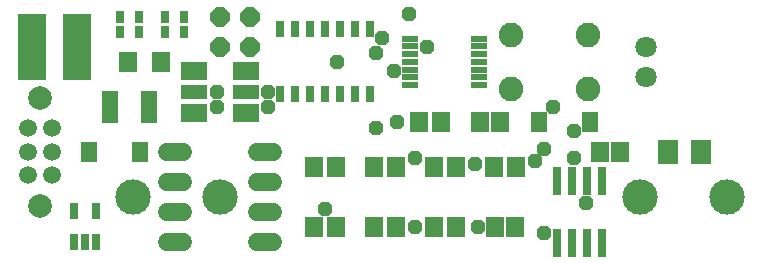
<source format=gts>
G75*
G70*
%OFA0B0*%
%FSLAX24Y24*%
%IPPOS*%
%LPD*%
%AMOC8*
5,1,8,0,0,1.08239X$1,22.5*
%
%ADD10R,0.0552X0.0198*%
%ADD11R,0.0277X0.0552*%
%ADD12R,0.0592X0.0710*%
%ADD13R,0.0592X0.0671*%
%ADD14R,0.0316X0.0946*%
%ADD15R,0.0580X0.0659*%
%ADD16R,0.0867X0.0631*%
%ADD17R,0.0867X0.0474*%
%ADD18C,0.0710*%
%ADD19C,0.0820*%
%ADD20R,0.0710X0.0789*%
%ADD21R,0.0297X0.0552*%
%ADD22R,0.0926X0.2245*%
%ADD23R,0.0631X0.0710*%
%ADD24R,0.0552X0.1064*%
%ADD25C,0.0595*%
%ADD26C,0.0789*%
%ADD27C,0.1175*%
%ADD28C,0.0600*%
%ADD29R,0.0316X0.0434*%
%ADD30OC8,0.0640*%
%ADD31OC8,0.0480*%
D10*
X015246Y006932D03*
X015246Y007188D03*
X015246Y007443D03*
X015246Y007699D03*
X015246Y007955D03*
X015246Y008211D03*
X015246Y008467D03*
X017529Y008467D03*
X017529Y008211D03*
X017529Y007955D03*
X017529Y007699D03*
X017529Y007443D03*
X017529Y007188D03*
X017529Y006932D03*
D11*
X013888Y006617D03*
X013388Y006617D03*
X012888Y006617D03*
X012388Y006617D03*
X011888Y006617D03*
X011388Y006617D03*
X010888Y006617D03*
X010888Y008782D03*
X011388Y008782D03*
X011888Y008782D03*
X012388Y008782D03*
X012888Y008782D03*
X013388Y008782D03*
X013888Y008782D03*
D12*
X015514Y005699D03*
X016262Y005699D03*
X016014Y004199D03*
X016762Y004199D03*
X018014Y004199D03*
X018762Y004199D03*
X014762Y004199D03*
X014014Y004199D03*
X012762Y004199D03*
X012014Y004199D03*
X012014Y002199D03*
X012762Y002199D03*
X014014Y002199D03*
X014762Y002199D03*
X016014Y002199D03*
X016762Y002199D03*
D13*
X018053Y002199D03*
X018722Y002199D03*
X021553Y004699D03*
X022222Y004699D03*
X018222Y005699D03*
X017553Y005699D03*
D14*
X020138Y003723D03*
X020638Y003723D03*
X021138Y003723D03*
X021638Y003723D03*
X021638Y001676D03*
X021138Y001676D03*
X020638Y001676D03*
X020138Y001676D03*
D15*
X019541Y005699D03*
X021234Y005699D03*
X006234Y004699D03*
X004541Y004699D03*
D16*
X008021Y005991D03*
X009754Y005991D03*
X009754Y007408D03*
X008021Y007408D03*
D17*
X008021Y006699D03*
X009754Y006699D03*
D18*
X023100Y007199D03*
X023100Y008199D03*
D19*
X021168Y008589D03*
X018608Y008589D03*
X018608Y006809D03*
X021168Y006809D03*
D20*
X023836Y004699D03*
X024939Y004699D03*
D21*
X004014Y001688D03*
X004388Y001688D03*
X004762Y001688D03*
X004762Y002711D03*
X004014Y002711D03*
D22*
X004143Y008199D03*
X002632Y008199D03*
D23*
X005836Y007699D03*
X006939Y007699D03*
D24*
X006537Y006199D03*
X005238Y006199D03*
D25*
X003281Y005487D03*
X002494Y005487D03*
X002494Y004699D03*
X003281Y004699D03*
X003281Y003912D03*
X002494Y003912D03*
D26*
X002888Y002888D03*
X002888Y006510D03*
D27*
X005988Y003199D03*
X008888Y003199D03*
X022888Y003199D03*
X025788Y003199D03*
D28*
X010648Y002699D02*
X010128Y002699D01*
X010128Y001699D02*
X010648Y001699D01*
X007648Y001699D02*
X007128Y001699D01*
X007128Y002699D02*
X007648Y002699D01*
X007648Y003699D02*
X007128Y003699D01*
X007128Y004699D02*
X007648Y004699D01*
X010128Y004699D02*
X010648Y004699D01*
X010648Y003699D02*
X010128Y003699D01*
D29*
X007698Y008699D03*
X007078Y008699D03*
X006198Y008699D03*
X005578Y008699D03*
X005578Y009199D03*
X006198Y009199D03*
X007078Y009199D03*
X007698Y009199D03*
D30*
X008888Y009199D03*
X009888Y009199D03*
X009888Y008199D03*
X008888Y008199D03*
D31*
X008788Y006699D03*
X008788Y006199D03*
X010488Y006199D03*
X010488Y006699D03*
X012788Y007699D03*
X014088Y007999D03*
X014288Y008499D03*
X015788Y008199D03*
X014688Y007399D03*
X014788Y005699D03*
X014088Y005499D03*
X015388Y004499D03*
X017388Y004299D03*
X019388Y004399D03*
X019688Y004799D03*
X020688Y004499D03*
X020688Y005399D03*
X019988Y006199D03*
X015188Y009299D03*
X021088Y002999D03*
X019688Y001999D03*
X017488Y002199D03*
X015388Y002199D03*
X012388Y002799D03*
M02*

</source>
